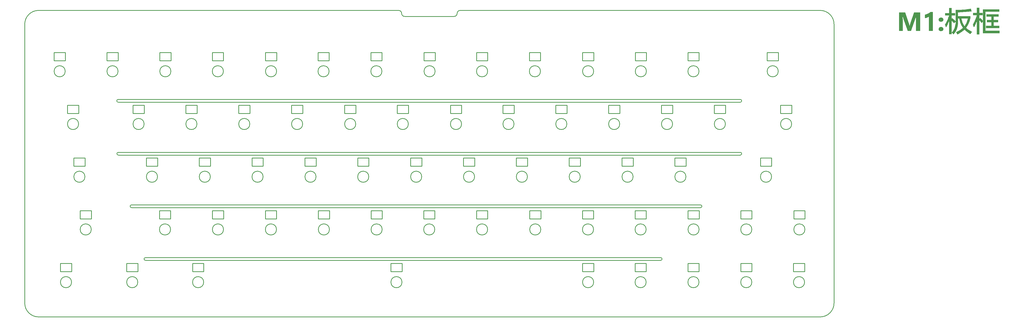
<source format=gm1>
G04*
G04 #@! TF.GenerationSoftware,Altium Limited,Altium Designer,22.10.1 (41)*
G04*
G04 Layer_Color=7058166*
%FSLAX44Y44*%
%MOMM*%
G71*
G04*
G04 #@! TF.SameCoordinates,9A037A66-6DE6-4E6B-824F-FEF4343B680E*
G04*
G04*
G04 #@! TF.FilePolarity,Positive*
G04*
G01*
G75*
%ADD10C,0.2540*%
G36*
X3354520Y1131750D02*
X3355460Y1131632D01*
X3356401Y1131280D01*
X3357341Y1130927D01*
X3358400Y1130339D01*
X3359340Y1129633D01*
X3359458Y1129516D01*
X3359693Y1129281D01*
X3360163Y1128810D01*
X3360634Y1128223D01*
X3360986Y1127400D01*
X3361457Y1126459D01*
X3361692Y1125401D01*
X3361809Y1124225D01*
Y1124107D01*
Y1123637D01*
X3361692Y1123049D01*
X3361457Y1122226D01*
X3361221Y1121403D01*
X3360751Y1120462D01*
X3360163Y1119522D01*
X3359340Y1118699D01*
X3359223Y1118581D01*
X3358870Y1118346D01*
X3358400Y1117993D01*
X3357577Y1117641D01*
X3356754Y1117288D01*
X3355578Y1116935D01*
X3354402Y1116700D01*
X3352991Y1116582D01*
X3352403D01*
X3351698Y1116700D01*
X3350875Y1116818D01*
X3349934Y1117053D01*
X3348876Y1117523D01*
X3347818Y1117993D01*
X3346877Y1118699D01*
X3346760Y1118816D01*
X3346524Y1119052D01*
X3346172Y1119639D01*
X3345701Y1120227D01*
X3345231Y1121050D01*
X3344878Y1121991D01*
X3344643Y1123049D01*
X3344525Y1124225D01*
Y1124342D01*
Y1124813D01*
X3344643Y1125401D01*
X3344878Y1126224D01*
X3345114Y1127047D01*
X3345584Y1127987D01*
X3346172Y1128928D01*
X3346995Y1129751D01*
X3347112Y1129869D01*
X3347465Y1130104D01*
X3347935Y1130456D01*
X3348758Y1130809D01*
X3349581Y1131162D01*
X3350640Y1131515D01*
X3351933Y1131750D01*
X3353226Y1131867D01*
X3353814D01*
X3354520Y1131750D01*
D02*
G37*
G36*
X3491379Y1148563D02*
X3503372D01*
Y1139863D01*
X3491379D01*
Y1126694D01*
X3494553Y1130574D01*
X3494671D01*
X3494789Y1130339D01*
X3495494Y1129751D01*
X3496435Y1128693D01*
X3497845Y1127282D01*
X3499492Y1125518D01*
X3501373Y1123402D01*
X3503372Y1121050D01*
X3504312Y1119912D01*
Y1117170D01*
X3499139Y1112467D01*
Y1112585D01*
X3498904Y1112702D01*
X3498316Y1113408D01*
X3497493Y1114584D01*
X3496435Y1115995D01*
X3495141Y1117758D01*
X3493848Y1119522D01*
X3492555Y1121521D01*
X3491379Y1123520D01*
Y1070845D01*
X3482208D01*
Y1121873D01*
X3482090Y1121285D01*
X3481855Y1120462D01*
X3481620Y1119404D01*
X3481267Y1118111D01*
X3480914Y1116582D01*
X3480327Y1114936D01*
X3479739Y1113055D01*
X3478328Y1109057D01*
X3476447Y1104825D01*
X3474213Y1100592D01*
X3472919Y1098593D01*
X3471508Y1096712D01*
X3471391Y1096947D01*
X3471156Y1097535D01*
X3470803Y1098476D01*
X3470333Y1099769D01*
X3469745Y1101180D01*
X3469157Y1102826D01*
X3467746Y1106236D01*
X3467863Y1106471D01*
X3468216Y1106941D01*
X3468687Y1107882D01*
X3469392Y1109057D01*
X3470215Y1110586D01*
X3471156Y1112350D01*
X3472214Y1114349D01*
X3473390Y1116582D01*
X3474565Y1119052D01*
X3475741Y1121638D01*
X3476917Y1124460D01*
X3478093Y1127282D01*
X3480327Y1133513D01*
X3481385Y1136688D01*
X3482208Y1139863D01*
X3468451D01*
Y1148563D01*
X3482208D01*
Y1167258D01*
X3491379D01*
Y1148563D01*
D02*
G37*
G36*
X3277742Y1083661D02*
X3262928D01*
Y1123637D01*
Y1123755D01*
Y1123990D01*
Y1124342D01*
Y1124813D01*
Y1125401D01*
Y1126106D01*
X3263045Y1127870D01*
Y1129986D01*
X3263163Y1132338D01*
X3263280Y1135042D01*
X3263515Y1137864D01*
X3263045D01*
Y1137746D01*
Y1137629D01*
X3262928Y1136923D01*
X3262692Y1135747D01*
X3262457Y1134454D01*
X3262104Y1133043D01*
X3261752Y1131515D01*
X3261399Y1130221D01*
X3261046Y1129046D01*
X3245291Y1083661D01*
X3233063D01*
X3217072Y1128575D01*
Y1128693D01*
X3216955Y1129046D01*
X3216837Y1129516D01*
X3216602Y1130456D01*
X3216249Y1131632D01*
X3215897Y1133278D01*
X3215779Y1134219D01*
X3215544Y1135395D01*
X3215191Y1136571D01*
X3214956Y1137864D01*
X3214603D01*
Y1137746D01*
Y1137393D01*
Y1136923D01*
X3214721Y1136218D01*
Y1135395D01*
X3214839Y1134336D01*
Y1133278D01*
X3214956Y1131985D01*
Y1129281D01*
X3215074Y1126459D01*
X3215191Y1123402D01*
Y1120580D01*
Y1083661D01*
X3201670D01*
Y1150444D01*
X3223657D01*
X3237296Y1110821D01*
X3237413Y1110586D01*
X3237531Y1109998D01*
X3237884Y1109057D01*
X3238236Y1107882D01*
X3238589Y1106471D01*
X3238942Y1104825D01*
X3239294Y1103061D01*
X3239647Y1101298D01*
X3240000D01*
Y1101415D01*
X3240117Y1101533D01*
X3240235Y1102238D01*
X3240470Y1103296D01*
X3240823Y1104590D01*
X3241176Y1106118D01*
X3241646Y1107647D01*
X3242116Y1109293D01*
X3242587Y1110939D01*
X3256343Y1150444D01*
X3277742D01*
Y1083661D01*
D02*
G37*
G36*
X3560984Y1135277D02*
X3543465D01*
Y1123402D01*
X3558868D01*
Y1114936D01*
X3543465D01*
Y1102121D01*
X3562983D01*
Y1093655D01*
X3514777D01*
Y1102121D01*
X3534294D01*
Y1114936D01*
X3518892D01*
Y1123402D01*
X3534294D01*
Y1135277D01*
X3517245D01*
Y1143743D01*
X3560984D01*
Y1135277D01*
D02*
G37*
G36*
X3324067Y1083661D02*
X3309370D01*
Y1135395D01*
X3309135Y1135160D01*
X3308547Y1134689D01*
X3307724Y1133984D01*
X3306548Y1133278D01*
X3306431D01*
X3306313Y1133161D01*
X3305960Y1132926D01*
X3305490Y1132690D01*
X3304314Y1132103D01*
X3303021Y1131515D01*
X3302903D01*
X3302668Y1131397D01*
X3302316Y1131280D01*
X3301845Y1131044D01*
X3300552Y1130692D01*
X3299141Y1130221D01*
X3299023D01*
X3298788Y1130104D01*
X3298435D01*
X3297965Y1129986D01*
X3296672Y1129751D01*
X3295261Y1129516D01*
Y1141979D01*
X3295379D01*
X3295496Y1142097D01*
X3296201Y1142332D01*
X3297260Y1142684D01*
X3298671Y1143155D01*
X3300317Y1143743D01*
X3302198Y1144448D01*
X3305960Y1146212D01*
X3306078D01*
X3306196Y1146329D01*
X3306783Y1146682D01*
X3307842Y1147152D01*
X3309017Y1147858D01*
X3310546Y1148798D01*
X3312074Y1149739D01*
X3315249Y1151973D01*
X3324067D01*
Y1083661D01*
D02*
G37*
G36*
X3354520Y1097653D02*
X3355460Y1097535D01*
X3356401Y1097300D01*
X3357341Y1096830D01*
X3358400Y1096359D01*
X3359340Y1095654D01*
X3359458Y1095536D01*
X3359693Y1095301D01*
X3360163Y1094831D01*
X3360634Y1094125D01*
X3360986Y1093420D01*
X3361457Y1092479D01*
X3361692Y1091303D01*
X3361809Y1090128D01*
Y1090010D01*
Y1089540D01*
X3361692Y1088952D01*
X3361457Y1088129D01*
X3361221Y1087306D01*
X3360751Y1086365D01*
X3360163Y1085425D01*
X3359340Y1084602D01*
X3359223Y1084484D01*
X3358870Y1084249D01*
X3358400Y1084014D01*
X3357577Y1083661D01*
X3356754Y1083191D01*
X3355578Y1082955D01*
X3354402Y1082720D01*
X3352991Y1082603D01*
X3352403D01*
X3351698Y1082720D01*
X3350875Y1082838D01*
X3349934Y1083073D01*
X3348876Y1083543D01*
X3347818Y1084014D01*
X3346877Y1084719D01*
X3346760Y1084837D01*
X3346524Y1085072D01*
X3346172Y1085542D01*
X3345701Y1086248D01*
X3345231Y1087071D01*
X3344878Y1087894D01*
X3344643Y1088952D01*
X3344525Y1090128D01*
Y1090245D01*
Y1090716D01*
X3344643Y1091303D01*
X3344878Y1092126D01*
X3345114Y1092950D01*
X3345584Y1093890D01*
X3346172Y1094831D01*
X3346995Y1095654D01*
X3347112Y1095771D01*
X3347465Y1096006D01*
X3347935Y1096359D01*
X3348758Y1096712D01*
X3349581Y1097065D01*
X3350640Y1097418D01*
X3351933Y1097653D01*
X3353226Y1097770D01*
X3353814D01*
X3354520Y1097653D01*
D02*
G37*
G36*
X3563101Y1152443D02*
X3513718D01*
Y1083779D01*
X3564394D01*
Y1074960D01*
X3504312D01*
Y1117170D01*
X3505605Y1118346D01*
X3504312Y1119912D01*
Y1161379D01*
X3563101D01*
Y1152443D01*
D02*
G37*
G36*
X3391321Y1147623D02*
X3404372D01*
Y1139157D01*
X3391321D01*
Y1126577D01*
X3393672Y1130104D01*
X3393790Y1129986D01*
X3394025Y1129751D01*
X3394378Y1129398D01*
X3394966Y1128928D01*
X3395554Y1128340D01*
X3396377Y1127635D01*
X3398023Y1125989D01*
X3400022Y1124107D01*
X3402138Y1121991D01*
X3404254Y1119875D01*
X3405665Y1118381D01*
Y1117148D01*
X3406253Y1117758D01*
X3405665Y1118381D01*
Y1159145D01*
X3409781D01*
X3412014Y1159263D01*
X3414601D01*
X3417776Y1159380D01*
X3421186Y1159615D01*
X3425066Y1159851D01*
X3429298Y1160086D01*
X3433766Y1160439D01*
X3438705Y1160791D01*
X3443760Y1161379D01*
X3449169Y1161967D01*
X3454930Y1162555D01*
X3460809Y1163378D01*
X3463748Y1153972D01*
X3463395D01*
X3463043Y1153854D01*
X3462455D01*
X3461749Y1153737D01*
X3460927D01*
X3459986Y1153619D01*
X3458928Y1153502D01*
X3456458Y1153266D01*
X3453637Y1153031D01*
X3450345Y1152679D01*
X3446817Y1152443D01*
X3443055Y1152091D01*
X3439175Y1151738D01*
X3435060Y1151503D01*
X3430945Y1151150D01*
X3422596Y1150680D01*
X3418481Y1150562D01*
X3414601Y1150444D01*
Y1136923D01*
X3459280D01*
Y1130221D01*
Y1130104D01*
Y1129986D01*
X3459163Y1129633D01*
X3459045Y1129281D01*
X3458810Y1128105D01*
X3458457Y1126577D01*
X3457987Y1124695D01*
X3457399Y1122579D01*
X3456576Y1120110D01*
X3455753Y1117523D01*
X3454695Y1114819D01*
X3453637Y1111879D01*
X3452343Y1108940D01*
X3450932Y1106001D01*
X3449286Y1103061D01*
X3447640Y1100122D01*
X3445759Y1097300D01*
X3443643Y1094713D01*
X3443760Y1094596D01*
X3443995Y1094361D01*
X3444466Y1093890D01*
X3445171Y1093302D01*
X3445994Y1092597D01*
X3447052Y1091774D01*
X3448228Y1090833D01*
X3449521Y1089893D01*
X3451050Y1088717D01*
X3452696Y1087659D01*
X3454460Y1086365D01*
X3456341Y1085190D01*
X3458457Y1083896D01*
X3460574Y1082720D01*
X3465277Y1080251D01*
X3465042Y1080016D01*
X3464571Y1079428D01*
X3463748Y1078488D01*
X3462808Y1077312D01*
X3461749Y1075901D01*
X3460574Y1074608D01*
X3459515Y1073197D01*
X3458457Y1071903D01*
X3458340Y1072021D01*
X3457987Y1072256D01*
X3457399Y1072609D01*
X3456576Y1073079D01*
X3455635Y1073785D01*
X3454460Y1074608D01*
X3453166Y1075548D01*
X3451755Y1076489D01*
X3448581Y1078958D01*
X3445171Y1081780D01*
X3441526Y1084954D01*
X3437999Y1088482D01*
X3437881Y1088364D01*
X3437646Y1088129D01*
X3437058Y1087659D01*
X3436353Y1086953D01*
X3435530Y1086130D01*
X3434354Y1085190D01*
X3433061Y1084131D01*
X3431532Y1082955D01*
X3429886Y1081662D01*
X3428005Y1080251D01*
X3425889Y1078840D01*
X3423654Y1077312D01*
X3421186Y1075666D01*
X3418481Y1074137D01*
X3415659Y1072491D01*
X3412603Y1070845D01*
X3412485Y1070963D01*
X3412132Y1071433D01*
X3411662Y1072139D01*
X3411074Y1073079D01*
X3410251Y1074255D01*
X3409193Y1075666D01*
X3408134Y1077077D01*
X3406959Y1078723D01*
X3407194Y1078840D01*
X3407664Y1079075D01*
X3408487Y1079428D01*
X3409663Y1080016D01*
X3411074Y1080722D01*
X3412603Y1081545D01*
X3414366Y1082485D01*
X3416247Y1083543D01*
X3420363Y1085895D01*
X3424595Y1088599D01*
X3428710Y1091539D01*
X3430592Y1093067D01*
X3432355Y1094596D01*
X3432238Y1094713D01*
X3431885Y1095183D01*
X3431297Y1096006D01*
X3430592Y1096947D01*
X3429769Y1098241D01*
X3428710Y1099887D01*
X3427652Y1101650D01*
X3426594Y1103767D01*
X3425418Y1106118D01*
X3424243Y1108705D01*
X3423067Y1111527D01*
X3421891Y1114466D01*
X3420950Y1117758D01*
X3420010Y1121168D01*
X3419187Y1124813D01*
X3418599Y1128575D01*
X3414601D01*
Y1113996D01*
Y1113878D01*
Y1113643D01*
Y1113290D01*
Y1112820D01*
Y1112114D01*
X3414484Y1111409D01*
X3414366Y1109528D01*
X3414131Y1107176D01*
X3413778Y1104590D01*
X3413190Y1101650D01*
X3412603Y1098476D01*
X3411662Y1095066D01*
X3410604Y1091539D01*
X3409310Y1087894D01*
X3407664Y1084249D01*
X3405783Y1080722D01*
X3403667Y1077194D01*
X3401080Y1073785D01*
X3398258Y1070610D01*
X3398141Y1070728D01*
X3397670Y1071198D01*
X3397082Y1071903D01*
X3396377Y1072844D01*
X3395436Y1074020D01*
X3394378Y1075195D01*
X3392262Y1077782D01*
X3392379Y1077900D01*
X3392850Y1078370D01*
X3393555Y1079193D01*
X3394378Y1080369D01*
X3395319Y1081662D01*
X3396494Y1083426D01*
X3397670Y1085425D01*
X3398964Y1087659D01*
X3400257Y1090128D01*
X3401432Y1092950D01*
X3402608Y1096006D01*
X3403549Y1099299D01*
X3404490Y1102826D01*
X3405078Y1106706D01*
X3405548Y1110704D01*
X3405665Y1114936D01*
Y1117148D01*
X3400139Y1111409D01*
X3400022Y1111527D01*
X3399904Y1111644D01*
X3399199Y1112350D01*
X3398141Y1113525D01*
X3396965Y1114936D01*
X3395554Y1116582D01*
X3394025Y1118346D01*
X3392614Y1120110D01*
X3391321Y1121991D01*
Y1071080D01*
X3382503D01*
Y1122344D01*
X3382385Y1121873D01*
X3382150Y1121050D01*
X3381915Y1119875D01*
X3381562Y1118581D01*
X3381092Y1116935D01*
X3380622Y1115172D01*
X3379916Y1113290D01*
X3379211Y1111174D01*
X3378387Y1109057D01*
X3376389Y1104707D01*
X3374037Y1100357D01*
X3372626Y1098358D01*
X3371098Y1096359D01*
X3370980Y1096594D01*
X3370745Y1097182D01*
X3370392Y1098123D01*
X3369922Y1099416D01*
X3369334Y1100827D01*
X3368629Y1102473D01*
X3367218Y1106001D01*
X3367336Y1106236D01*
X3367688Y1106706D01*
X3368276Y1107647D01*
X3368982Y1108822D01*
X3369804Y1110351D01*
X3370863Y1112114D01*
X3371921Y1114113D01*
X3373097Y1116230D01*
X3374272Y1118699D01*
X3375448Y1121285D01*
X3376742Y1123990D01*
X3377917Y1126929D01*
X3380034Y1132926D01*
X3380974Y1135983D01*
X3381797Y1139157D01*
X3367923D01*
Y1147623D01*
X3382503D01*
Y1166435D01*
X3391321D01*
Y1147623D01*
D02*
G37*
%LPC*%
G36*
X3449639Y1128575D02*
X3426947D01*
Y1128340D01*
X3427064Y1127870D01*
X3427182Y1126929D01*
X3427417Y1125753D01*
X3427770Y1124342D01*
X3428240Y1122696D01*
X3428710Y1120815D01*
X3429298Y1118816D01*
X3430004Y1116582D01*
X3430709Y1114349D01*
X3431650Y1112114D01*
X3432708Y1109763D01*
X3433884Y1107411D01*
X3435177Y1105060D01*
X3436588Y1102826D01*
X3438116Y1100710D01*
X3438234Y1100827D01*
X3438469Y1101180D01*
X3438940Y1101885D01*
X3439410Y1102708D01*
X3440115Y1103767D01*
X3440938Y1105060D01*
X3441761Y1106588D01*
X3442702Y1108352D01*
X3443643Y1110233D01*
X3444583Y1112350D01*
X3445524Y1114701D01*
X3446465Y1117170D01*
X3447405Y1119757D01*
X3448228Y1122579D01*
X3448934Y1125518D01*
X3449639Y1128575D01*
D02*
G37*
%LPD*%
D10*
X457520Y175540D02*
G03*
X457520Y175540I-20000J0D01*
G01*
X485140Y264359D02*
G03*
X485140Y254359I0J-5000D01*
G01*
X195900Y937540D02*
G03*
X195900Y937540I-20000J0D01*
G01*
X2100900D02*
G03*
X2100900Y937540I-20000J0D01*
G01*
X386400D02*
G03*
X386400Y937540I-20000J0D01*
G01*
X576900D02*
G03*
X576900Y937540I-20000J0D01*
G01*
X766130D02*
G03*
X766130Y937540I-20000J0D01*
G01*
X957900D02*
G03*
X957900Y937540I-20000J0D01*
G01*
X1147130D02*
G03*
X1147130Y937540I-20000J0D01*
G01*
X1337630D02*
G03*
X1337630Y937540I-20000J0D01*
G01*
X1529400D02*
G03*
X1529400Y937540I-20000J0D01*
G01*
X1718630D02*
G03*
X1718630Y937540I-20000J0D01*
G01*
X1909130D02*
G03*
X1909130Y937540I-20000J0D01*
G01*
X2433640Y556540D02*
G03*
X2433640Y556540I-20000J0D01*
G01*
X1910400Y366040D02*
G03*
X1910400Y366040I-20000J0D01*
G01*
X2291000Y937540D02*
G03*
X2291000Y937540I-20000J0D01*
G01*
X2100500Y366040D02*
G03*
X2100500Y366040I-20000J0D01*
G01*
X2243140Y556540D02*
G03*
X2243140Y556540I-20000J0D01*
G01*
X2480630Y937540D02*
G03*
X2480630Y937540I-20000J0D01*
G01*
X2385380Y747040D02*
G03*
X2385380Y747040I-20000J0D01*
G01*
X2814640D02*
G03*
X2814640Y747040I-20000J0D01*
G01*
X2575880D02*
G03*
X2575880Y747040I-20000J0D01*
G01*
X528640Y556540D02*
G03*
X528640Y556540I-20000J0D01*
G01*
X2766380Y937540D02*
G03*
X2766380Y937540I-20000J0D01*
G01*
X1338500Y366040D02*
G03*
X1338500Y366040I-20000J0D01*
G01*
X267020Y556540D02*
G03*
X267020Y556540I-20000J0D01*
G01*
X957500Y366040D02*
G03*
X957500Y366040I-20000J0D01*
G01*
X2862500D02*
G03*
X2862500Y366040I-20000J0D01*
G01*
X2671130Y175540D02*
G03*
X2671130Y175540I-20000J0D01*
G01*
X909240Y556540D02*
G03*
X909240Y556540I-20000J0D01*
G01*
X2742250D02*
G03*
X2742250Y556540I-20000J0D01*
G01*
X861380Y747040D02*
G03*
X861380Y747040I-20000J0D01*
G01*
X1100140Y556540D02*
G03*
X1100140Y556540I-20000J0D01*
G01*
X2100900Y175540D02*
G03*
X2100900Y175540I-20000J0D01*
G01*
X1290240Y556540D02*
G03*
X1290240Y556540I-20000J0D01*
G01*
X1481140D02*
G03*
X1481140Y556540I-20000J0D01*
G01*
X1813880Y747040D02*
G03*
X1813880Y747040I-20000J0D01*
G01*
X1671640Y556540D02*
G03*
X1671640Y556540I-20000J0D01*
G01*
X1862140D02*
G03*
X1862140Y556540I-20000J0D01*
G01*
X695010Y175540D02*
G03*
X695010Y175540I-20000J0D01*
G01*
X218760D02*
G03*
X218760Y175540I-20000J0D01*
G01*
X2480630D02*
G03*
X2480630Y175540I-20000J0D01*
G01*
X289880Y366040D02*
G03*
X289880Y366040I-20000J0D01*
G01*
X2052640Y556540D02*
G03*
X2052640Y556540I-20000J0D01*
G01*
X2290130Y175540D02*
G03*
X2290130Y175540I-20000J0D01*
G01*
X1718630Y366040D02*
G03*
X1718630Y366040I-20000J0D01*
G01*
X1528130D02*
G03*
X1528130Y366040I-20000J0D01*
G01*
X2004380Y747040D02*
G03*
X2004380Y747040I-20000J0D01*
G01*
X2194880D02*
G03*
X2194880Y747040I-20000J0D01*
G01*
X480380D02*
G03*
X480380Y747040I-20000J0D01*
G01*
X2861230Y175540D02*
G03*
X2861230Y175540I-20000J0D01*
G01*
X2481030Y366040D02*
G03*
X2481030Y366040I-20000J0D01*
G01*
X1051880Y747040D02*
G03*
X1051880Y747040I-20000J0D01*
G01*
X1410020Y175540D02*
G03*
X1410020Y175540I-20000J0D01*
G01*
X719140Y556540D02*
G03*
X719140Y556540I-20000J0D01*
G01*
X1243250Y747040D02*
G03*
X1243250Y747040I-20000J0D01*
G01*
X2671130Y366040D02*
G03*
X2671130Y366040I-20000J0D01*
G01*
X1624650Y747040D02*
G03*
X1624650Y747040I-20000J0D01*
G01*
X1148400Y366040D02*
G03*
X1148400Y366040I-20000J0D01*
G01*
X670880Y747040D02*
G03*
X670880Y747040I-20000J0D01*
G01*
X766530Y366040D02*
G03*
X766530Y366040I-20000J0D01*
G01*
X1432880Y747040D02*
G03*
X1432880Y747040I-20000J0D01*
G01*
X575630Y366040D02*
G03*
X575630Y366040I-20000J0D01*
G01*
X2290130D02*
G03*
X2290130Y366040I-20000J0D01*
G01*
X244160Y747040D02*
G03*
X244160Y747040I-20000J0D01*
G01*
X50000Y100000D02*
G03*
X100000Y50000I50000J0D01*
G01*
X2917500D02*
G03*
X2967500Y100000I0J50000D01*
G01*
X2967500Y1107500D02*
G03*
X2917500Y1157500I-50000J0D01*
G01*
X1619670Y1157500D02*
G03*
X1608750Y1146580I0J-10920D01*
G01*
X1597830Y1135660D02*
G03*
X1608750Y1146580I0J10920D01*
G01*
X1408750D02*
G03*
X1419670Y1135660I10920J0D01*
G01*
X1408750Y1146580D02*
G03*
X1397830Y1157500I-10920J0D01*
G01*
X100000Y1157500D02*
G03*
X50000Y1107500I0J-50000D01*
G01*
X2342520Y254360D02*
G03*
X2342520Y264360I0J5000D01*
G01*
X2486110Y444860D02*
G03*
X2486110Y454860I0J5000D01*
G01*
X434900Y454860D02*
G03*
X434900Y444860I0J-5000D01*
G01*
X387241Y644770D02*
G03*
X387241Y634770I0J-5000D01*
G01*
X2629620D02*
G03*
X2629620Y644770I0J5000D01*
G01*
X386640Y835780D02*
G03*
X386640Y825780I0J-5000D01*
G01*
X2629620D02*
G03*
X2629620Y835780I0J5000D01*
G01*
X457520Y214040D02*
Y243040D01*
X417520Y214040D02*
Y243040D01*
Y214040D02*
X457520D01*
X417520Y243040D02*
X457520D01*
X195900Y976040D02*
Y1005040D01*
X155900Y976040D02*
Y1005040D01*
Y976040D02*
X195900D01*
X155900Y1005040D02*
X195900D01*
X2100900Y976040D02*
Y1005040D01*
X2060900Y976040D02*
Y1005040D01*
Y976040D02*
X2100900D01*
X2060900Y1005040D02*
X2100900D01*
X386400Y976040D02*
Y1005040D01*
X346400Y976040D02*
Y1005040D01*
Y976040D02*
X386400D01*
X346400Y1005040D02*
X386400D01*
X576900Y976040D02*
Y1005040D01*
X536900Y976040D02*
Y1005040D01*
Y976040D02*
X576900D01*
X536900Y1005040D02*
X576900D01*
X766130Y976040D02*
Y1005040D01*
X726130Y976040D02*
Y1005040D01*
Y976040D02*
X766130D01*
X726130Y1005040D02*
X766130D01*
X957900Y976040D02*
Y1005040D01*
X917900Y976040D02*
Y1005040D01*
Y976040D02*
X957900D01*
X917900Y1005040D02*
X957900D01*
X1147130Y976040D02*
Y1005040D01*
X1107130Y976040D02*
Y1005040D01*
Y976040D02*
X1147130D01*
X1107130Y1005040D02*
X1147130D01*
X1337630Y976040D02*
Y1005040D01*
X1297630Y976040D02*
Y1005040D01*
Y976040D02*
X1337630D01*
X1297630Y1005040D02*
X1337630D01*
X1529400Y976040D02*
Y1005040D01*
X1489400Y976040D02*
Y1005040D01*
Y976040D02*
X1529400D01*
X1489400Y1005040D02*
X1529400D01*
X1718630Y976040D02*
Y1005040D01*
X1678630Y976040D02*
Y1005040D01*
Y976040D02*
X1718630D01*
X1678630Y1005040D02*
X1718630D01*
X1909130Y976040D02*
Y1005040D01*
X1869130Y976040D02*
Y1005040D01*
Y976040D02*
X1909130D01*
X1869130Y1005040D02*
X1909130D01*
X2433640Y595040D02*
Y624040D01*
X2393640Y595040D02*
Y624040D01*
Y595040D02*
X2433640D01*
X2393640Y624040D02*
X2433640D01*
X1910400Y404540D02*
Y433540D01*
X1870400Y404540D02*
Y433540D01*
Y404540D02*
X1910400D01*
X1870400Y433540D02*
X1910400D01*
X2291000Y976040D02*
Y1005040D01*
X2251000Y976040D02*
Y1005040D01*
Y976040D02*
X2291000D01*
X2251000Y1005040D02*
X2291000D01*
X2100500Y404540D02*
Y433540D01*
X2060500Y404540D02*
Y433540D01*
Y404540D02*
X2100500D01*
X2060500Y433540D02*
X2100500D01*
X2243140Y595040D02*
Y624040D01*
X2203140Y595040D02*
Y624040D01*
Y595040D02*
X2243140D01*
X2203140Y624040D02*
X2243140D01*
X2480630Y976040D02*
Y1005040D01*
X2440630Y976040D02*
Y1005040D01*
Y976040D02*
X2480630D01*
X2440630Y1005040D02*
X2480630D01*
X2385380Y785540D02*
Y814540D01*
X2345380Y785540D02*
Y814540D01*
Y785540D02*
X2385380D01*
X2345380Y814540D02*
X2385380D01*
X2814640Y785540D02*
Y814540D01*
X2774640Y785540D02*
Y814540D01*
Y785540D02*
X2814640D01*
X2774640Y814540D02*
X2814640D01*
X2575880Y785540D02*
Y814540D01*
X2535880Y785540D02*
Y814540D01*
Y785540D02*
X2575880D01*
X2535880Y814540D02*
X2575880D01*
X528640Y595040D02*
Y624040D01*
X488640Y595040D02*
Y624040D01*
Y595040D02*
X528640D01*
X488640Y624040D02*
X528640D01*
X2766380Y976040D02*
Y1005040D01*
X2726380Y976040D02*
Y1005040D01*
Y976040D02*
X2766380D01*
X2726380Y1005040D02*
X2766380D01*
X1338500Y404540D02*
Y433540D01*
X1298500Y404540D02*
Y433540D01*
Y404540D02*
X1338500D01*
X1298500Y433540D02*
X1338500D01*
X267020Y595040D02*
Y624040D01*
X227020Y595040D02*
Y624040D01*
Y595040D02*
X267020D01*
X227020Y624040D02*
X267020D01*
X957500Y404540D02*
Y433540D01*
X917500Y404540D02*
Y433540D01*
Y404540D02*
X957500D01*
X917500Y433540D02*
X957500D01*
X2862500Y404540D02*
Y433540D01*
X2822500Y404540D02*
Y433540D01*
Y404540D02*
X2862500D01*
X2822500Y433540D02*
X2862500D01*
X2671130Y214040D02*
Y243040D01*
X2631130Y214040D02*
Y243040D01*
Y214040D02*
X2671130D01*
X2631130Y243040D02*
X2671130D01*
X909240Y595040D02*
Y624040D01*
X869240Y595040D02*
Y624040D01*
Y595040D02*
X909240D01*
X869240Y624040D02*
X909240D01*
X2742250Y595040D02*
Y624040D01*
X2702250Y595040D02*
Y624040D01*
Y595040D02*
X2742250D01*
X2702250Y624040D02*
X2742250D01*
X861380Y785540D02*
Y814540D01*
X821380Y785540D02*
Y814540D01*
Y785540D02*
X861380D01*
X821380Y814540D02*
X861380D01*
X1100140Y595040D02*
Y624040D01*
X1060140Y595040D02*
Y624040D01*
Y595040D02*
X1100140D01*
X1060140Y624040D02*
X1100140D01*
X2100900Y214040D02*
Y243040D01*
X2060900Y214040D02*
Y243040D01*
Y214040D02*
X2100900D01*
X2060900Y243040D02*
X2100900D01*
X1290240Y595040D02*
Y624040D01*
X1250240Y595040D02*
Y624040D01*
Y595040D02*
X1290240D01*
X1250240Y624040D02*
X1290240D01*
X1481140Y595040D02*
Y624040D01*
X1441140Y595040D02*
Y624040D01*
Y595040D02*
X1481140D01*
X1441140Y624040D02*
X1481140D01*
X1813880Y785540D02*
Y814540D01*
X1773880Y785540D02*
Y814540D01*
Y785540D02*
X1813880D01*
X1773880Y814540D02*
X1813880D01*
X1671640Y595040D02*
Y624040D01*
X1631640Y595040D02*
Y624040D01*
Y595040D02*
X1671640D01*
X1631640Y624040D02*
X1671640D01*
X1862140Y595040D02*
Y624040D01*
X1822140Y595040D02*
Y624040D01*
Y595040D02*
X1862140D01*
X1822140Y624040D02*
X1862140D01*
X695010Y214040D02*
Y243040D01*
X655010Y214040D02*
Y243040D01*
Y214040D02*
X695010D01*
X655010Y243040D02*
X695010D01*
X218760Y214040D02*
Y243040D01*
X178760Y214040D02*
Y243040D01*
Y214040D02*
X218760D01*
X178760Y243040D02*
X218760D01*
X2480630Y214040D02*
Y243040D01*
X2440630Y214040D02*
Y243040D01*
Y214040D02*
X2480630D01*
X2440630Y243040D02*
X2480630D01*
X289880Y404540D02*
Y433540D01*
X249880Y404540D02*
Y433540D01*
Y404540D02*
X289880D01*
X249880Y433540D02*
X289880D01*
X2052640Y595040D02*
Y624040D01*
X2012640Y595040D02*
Y624040D01*
Y595040D02*
X2052640D01*
X2012640Y624040D02*
X2052640D01*
X2290130Y214040D02*
Y243040D01*
X2250130Y214040D02*
Y243040D01*
Y214040D02*
X2290130D01*
X2250130Y243040D02*
X2290130D01*
X1718630Y404540D02*
Y433540D01*
X1678630Y404540D02*
Y433540D01*
Y404540D02*
X1718630D01*
X1678630Y433540D02*
X1718630D01*
X1528130Y404540D02*
Y433540D01*
X1488130Y404540D02*
Y433540D01*
Y404540D02*
X1528130D01*
X1488130Y433540D02*
X1528130D01*
X2004380Y785540D02*
Y814540D01*
X1964380Y785540D02*
Y814540D01*
Y785540D02*
X2004380D01*
X1964380Y814540D02*
X2004380D01*
X2194880Y785540D02*
Y814540D01*
X2154880Y785540D02*
Y814540D01*
Y785540D02*
X2194880D01*
X2154880Y814540D02*
X2194880D01*
X480380Y785540D02*
Y814540D01*
X440380Y785540D02*
Y814540D01*
Y785540D02*
X480380D01*
X440380Y814540D02*
X480380D01*
X2861230Y214040D02*
Y243040D01*
X2821230Y214040D02*
Y243040D01*
Y214040D02*
X2861230D01*
X2821230Y243040D02*
X2861230D01*
X2481030Y404540D02*
Y433540D01*
X2441030Y404540D02*
Y433540D01*
Y404540D02*
X2481030D01*
X2441030Y433540D02*
X2481030D01*
X1051880Y785540D02*
Y814540D01*
X1011880Y785540D02*
Y814540D01*
Y785540D02*
X1051880D01*
X1011880Y814540D02*
X1051880D01*
X1410020Y214040D02*
Y243040D01*
X1370020Y214040D02*
Y243040D01*
Y214040D02*
X1410020D01*
X1370020Y243040D02*
X1410020D01*
X719140Y595040D02*
Y624040D01*
X679140Y595040D02*
Y624040D01*
Y595040D02*
X719140D01*
X679140Y624040D02*
X719140D01*
X1243250Y785540D02*
Y814540D01*
X1203250Y785540D02*
Y814540D01*
Y785540D02*
X1243250D01*
X1203250Y814540D02*
X1243250D01*
X2671130Y404540D02*
Y433540D01*
X2631130Y404540D02*
Y433540D01*
Y404540D02*
X2671130D01*
X2631130Y433540D02*
X2671130D01*
X1624650Y785540D02*
Y814540D01*
X1584650Y785540D02*
Y814540D01*
Y785540D02*
X1624650D01*
X1584650Y814540D02*
X1624650D01*
X1148400Y404540D02*
Y433540D01*
X1108400Y404540D02*
Y433540D01*
Y404540D02*
X1148400D01*
X1108400Y433540D02*
X1148400D01*
X670880Y785540D02*
Y814540D01*
X630880Y785540D02*
Y814540D01*
Y785540D02*
X670880D01*
X630880Y814540D02*
X670880D01*
X766530Y404540D02*
Y433540D01*
X726530Y404540D02*
Y433540D01*
Y404540D02*
X766530D01*
X726530Y433540D02*
X766530D01*
X1432880Y785540D02*
Y814540D01*
X1392880Y785540D02*
Y814540D01*
Y785540D02*
X1432880D01*
X1392880Y814540D02*
X1432880D01*
X575630Y404540D02*
Y433540D01*
X535630Y404540D02*
Y433540D01*
Y404540D02*
X575630D01*
X535630Y433540D02*
X575630D01*
X2290130Y404540D02*
Y433540D01*
X2250130Y404540D02*
Y433540D01*
Y404540D02*
X2290130D01*
X2250130Y433540D02*
X2290130D01*
X244160Y785540D02*
Y814540D01*
X204160Y785540D02*
Y814540D01*
Y785540D02*
X244160D01*
X204160Y814540D02*
X244160D01*
X100000Y50000D02*
X2917500D01*
X2967500Y100000D02*
Y1107500D01*
X1619671Y1157500D02*
X2917500D01*
X1419670Y1135660D02*
X1597830D01*
X100000Y1157500D02*
X1397830D01*
X50000Y100000D02*
Y1107500D01*
X485140Y254359D02*
X2342520Y254360D01*
X485140Y264359D02*
X2342520Y264360D01*
X434900Y454860D02*
X2486110D01*
X434900Y444860D02*
X2486110D01*
X387241Y644770D02*
X2629620D01*
X387241Y634770D02*
X2629620D01*
X386640Y825780D02*
X2629620D01*
X386640Y835780D02*
X2629620D01*
M02*

</source>
